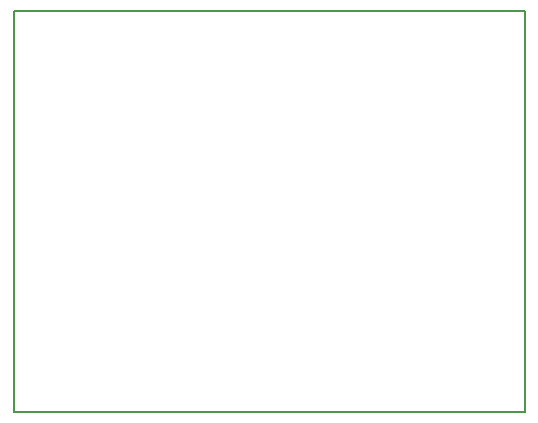
<source format=gko>
G04 Layer_Color=65280*
%FSLAX25Y25*%
%MOIN*%
G70*
G01*
G75*
%ADD37C,0.00600*%
D37*
X-134500Y-40000D02*
Y93700D01*
Y-40000D02*
X35800D01*
Y93700D01*
X-134500D02*
X35800D01*
M02*

</source>
